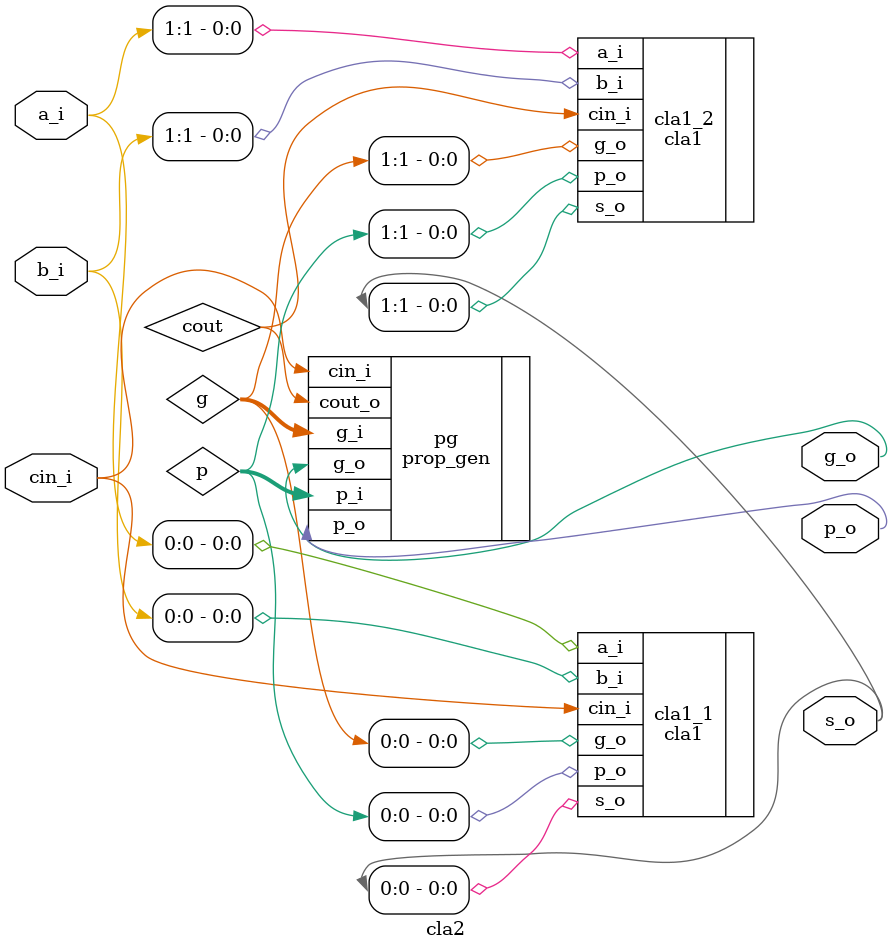
<source format=v>
module cla2
(
input [1:0] a_i,
input [1:0] b_i,
input cin_i,
output p_o,
output g_o,
output [1:0] s_o
);

wire [1:0] p,g;
wire cout;

cla1 cla1_1 
(
.a_i    (a_i[0]),
.b_i    (b_i[0]),
.cin_i  (cin_i),
.p_o    (p[0]),
.g_o    (g[0]),
.s_o    (s_o[0])
);

cla1 cla1_2 
(
.a_i    (a_i[1]),
.b_i    (b_i[1]),
.cin_i  (cout),
.p_o    (p[1]),
.g_o    (g[1]),
.s_o    (s_o[1])
);

prop_gen pg
(
.cin_i  (cin_i),
.p_i    (p),
.g_i    (g),
.cout_o (cout),
.p_o    (p_o),
.g_o    (g_o)
);

endmodule


</source>
